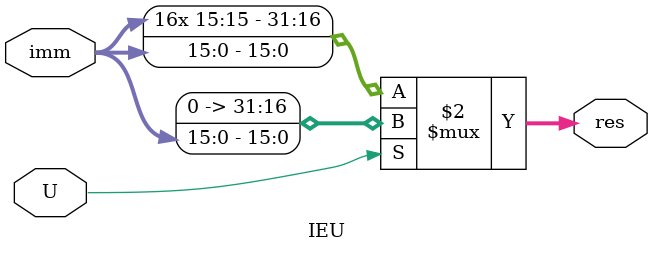
<source format=v>
module IEU #(
    parameter N = 16, M = 32
) (
    input U,
    input [N-1:0] imm,
    output [M-1:0] res
);
    assign res = U 
    ? imm[15:0]
    : { {(M-N){imm[15]}}, imm[15:0] };
endmodule
</source>
